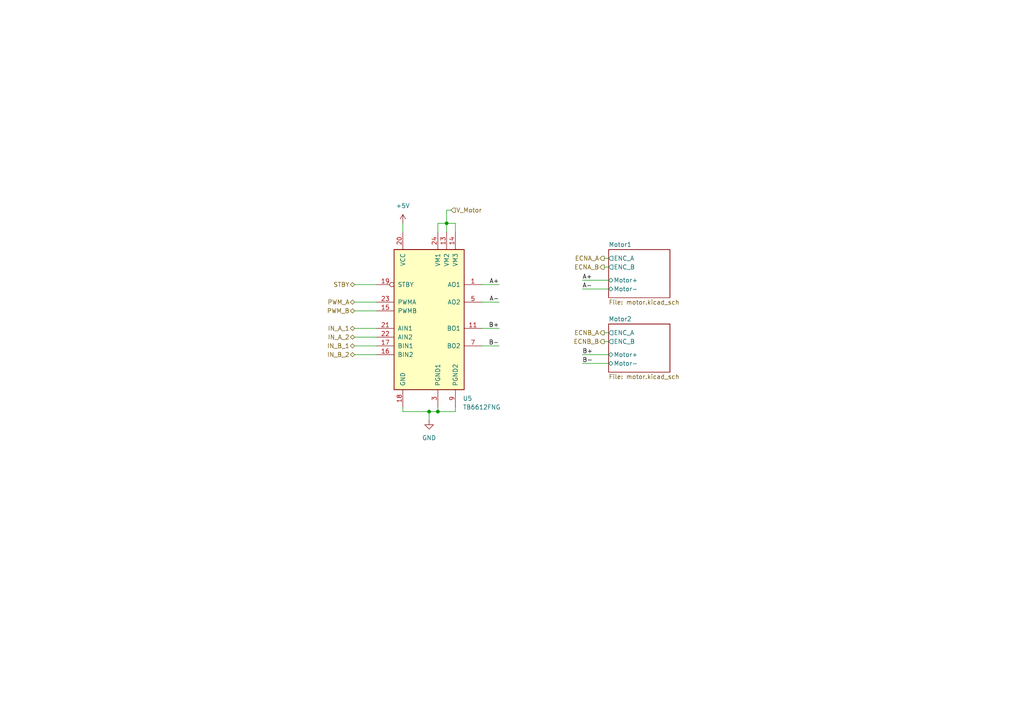
<source format=kicad_sch>
(kicad_sch (version 20250114) (generator "eeschema") (generator_version "9.0")
  (paper "A4")
  (lib_symbols
    (symbol "Driver_Motor:TB6612FNG" (pin_names (offset 1.016))
      (property "Reference" "U" (at 11.43 17.78 0))
      (property "Value" "TB6612FNG" (at 11.43 15.24 0))
      (symbol "TB6612FNG_0_1"
        (rectangle (start -10.16 20.32) (end 10.16 -20.32) (stroke (width 0.254)) (fill (type background)))
      )
      (symbol "TB6612FNG_1_1"
        (pin input inverted (at -15.24 10.16 0) (length 5.08) (name "STBY") (number "19"))
        (pin input line (at -15.24 5.08 0) (length 5.08) (name "PWMA") (number "23"))
        (pin input line (at -15.24 2.54 0) (length 5.08) (name "PWMB") (number "15"))
        (pin input line (at -15.24 -2.54 0) (length 5.08) (name "AIN1") (number "21"))
        (pin input line (at -15.24 -5.08 0) (length 5.08) (name "AIN2") (number "22"))
        (pin input line (at -15.24 -7.62 0) (length 5.08) (name "BIN1") (number "17"))
        (pin input line (at -15.24 -10.16 0) (length 5.08) (name "BIN2") (number "16"))
        (pin power_in line (at -7.62 25.4 270) (length 5.08) (name "VCC") (number "20"))
        (pin power_in line (at -7.62 -25.4 90) (length 5.08) (name "GND") (number "18"))
        (pin power_in line (at 2.54 25.4 270) (length 5.08) (name "VM1") (number "24"))
        (pin power_in line (at 2.54 -25.4 90) (length 5.08) (name "PGND1") (number "3"))
        (pin passive line (at 2.54 -25.4 90) (length 5.08) (hide yes) (name "PGND1") (number "4"))
        (pin power_in line (at 5.08 25.4 270) (length 5.08) (name "VM2") (number "13"))
        (pin power_in line (at 7.62 25.4 270) (length 5.08) (name "VM3") (number "14"))
        (pin passive line (at 7.62 -25.4 90) (length 5.08) (hide yes) (name "PGND2") (number "10"))
        (pin power_in line (at 7.62 -25.4 90) (length 5.08) (name "PGND2") (number "9"))
        (pin output line (at 15.24 10.16 180) (length 5.08) (name "AO1") (number "1"))
        (pin passive line (at 15.24 10.16 180) (length 5.08) (hide yes) (name "AO1") (number "2"))
        (pin output line (at 15.24 5.08 180) (length 5.08) (name "AO2") (number "5"))
        (pin passive line (at 15.24 5.08 180) (length 5.08) (hide yes) (name "AO2") (number "6"))
        (pin output line (at 15.24 -2.54 180) (length 5.08) (name "BO1") (number "11"))
        (pin passive line (at 15.24 -2.54 180) (length 5.08) (hide yes) (name "BO1") (number "12"))
        (pin output line (at 15.24 -7.62 180) (length 5.08) (name "BO2") (number "7"))
        (pin passive line (at 15.24 -7.62 180) (length 5.08) (hide yes) (name "BO2") (number "8"))
      )
    )
    (symbol "power:+5V" (power) (pin_numbers (hide yes)) (pin_names (offset 0) (hide yes))
      (property "Value" "+5V" (at 0 3.556 0))
      (symbol "+5V_0_1"
        (polyline (pts (xy -0.762 1.27) (xy 0 2.54)))
        (polyline (pts (xy 0 2.54) (xy 0.762 1.27)))
        (polyline (pts (xy 0 0) (xy 0 2.54)))
      )
      (symbol "+5V_1_1"
        (pin power_in line (at 0 0 90) (length 0) (name "~") (number "1"))
      )
    )
    (symbol "power:GND" (power) (pin_numbers (hide yes)) (pin_names (offset 0) (hide yes))
      (property "Value" "GND" (at 0 -3.81 0))
      (symbol "GND_0_1"
        (polyline (pts (xy 0 0) (xy 0 -1.27) (xy 1.27 -1.27) (xy 0 -2.54) (xy -1.27 -1.27) (xy 0 -1.27)))
      )
      (symbol "GND_1_1"
        (pin power_in line (at 0 0 270) (length 0) (name "~") (number "1"))
      )
    )
  )
  (junction (at 124.46 119.38))
  (junction (at 127 119.38))
  (junction (at 129.54 64.77))
  (wire (pts (xy 102.87 90.17) (xy 109.22 90.17)))
  (wire (pts (xy 124.46 119.38) (xy 116.84 119.38)))
  (wire (pts (xy 175.26 99.06) (xy 176.53 99.06)))
  (wire (pts (xy 139.7 100.33) (xy 144.78 100.33)))
  (wire (pts (xy 168.91 81.28) (xy 176.53 81.28)))
  (wire (pts (xy 124.46 119.38) (xy 124.46 121.92)))
  (wire (pts (xy 129.54 60.96) (xy 129.54 64.77)))
  (wire (pts (xy 102.87 82.55) (xy 109.22 82.55)))
  (wire (pts (xy 175.26 77.47) (xy 176.53 77.47)))
  (wire (pts (xy 168.91 83.82) (xy 176.53 83.82)))
  (wire (pts (xy 130.81 60.96) (xy 129.54 60.96)))
  (wire (pts (xy 129.54 64.77) (xy 132.08 64.77)))
  (wire (pts (xy 102.87 102.87) (xy 109.22 102.87)))
  (wire (pts (xy 127 67.31) (xy 127 64.77)))
  (wire (pts (xy 116.84 64.77) (xy 116.84 67.31)))
  (wire (pts (xy 132.08 119.38) (xy 127 119.38)))
  (wire (pts (xy 175.26 74.93) (xy 176.53 74.93)))
  (wire (pts (xy 132.08 118.11) (xy 132.08 119.38)))
  (wire (pts (xy 132.08 64.77) (xy 132.08 67.31)))
  (wire (pts (xy 129.54 64.77) (xy 129.54 67.31)))
  (wire (pts (xy 127 119.38) (xy 124.46 119.38)))
  (wire (pts (xy 102.87 100.33) (xy 109.22 100.33)))
  (wire (pts (xy 102.87 95.25) (xy 109.22 95.25)))
  (wire (pts (xy 175.26 96.52) (xy 176.53 96.52)))
  (wire (pts (xy 168.91 105.41) (xy 176.53 105.41)))
  (wire (pts (xy 139.7 82.55) (xy 144.78 82.55)))
  (wire (pts (xy 139.7 87.63) (xy 144.78 87.63)))
  (wire (pts (xy 127 118.11) (xy 127 119.38)))
  (wire (pts (xy 127 64.77) (xy 129.54 64.77)))
  (wire (pts (xy 168.91 102.87) (xy 176.53 102.87)))
  (wire (pts (xy 116.84 119.38) (xy 116.84 118.11)))
  (wire (pts (xy 102.87 87.63) (xy 109.22 87.63)))
  (wire (pts (xy 102.87 97.79) (xy 109.22 97.79)))
  (wire (pts (xy 139.7 95.25) (xy 144.78 95.25)))
  (label "B+" (at 144.78 95.25 180))
  (label "B-" (at 144.78 100.33 180))
  (label "B-" (at 168.91 105.41 0))
  (label "A+" (at 144.78 82.55 180))
  (label "A+" (at 168.91 81.28 0))
  (label "A-" (at 168.91 83.82 0))
  (label "A-" (at 144.78 87.63 180))
  (label "B+" (at 168.91 102.87 0))
  (hierarchical_label "V_Motor" (shape input) (at 130.81 60.96 0))
  (hierarchical_label "ECNA_A" (shape output) (at 175.26 74.93 180))
  (hierarchical_label "IN_B_1" (shape bidirectional) (at 102.87 100.33 180))
  (hierarchical_label "IN_B_2" (shape bidirectional) (at 102.87 102.87 180))
  (hierarchical_label "PWM_A" (shape bidirectional) (at 102.87 87.63 180))
  (hierarchical_label "IN_A_1" (shape bidirectional) (at 102.87 95.25 180))
  (hierarchical_label "STBY" (shape bidirectional) (at 102.87 82.55 180))
  (hierarchical_label "ECNB_A" (shape output) (at 175.26 96.52 180))
  (hierarchical_label "ECNB_B" (shape output) (at 175.26 99.06 180))
  (hierarchical_label "ECNA_B" (shape output) (at 175.26 77.47 180))
  (hierarchical_label "PWM_B" (shape bidirectional) (at 102.87 90.17 180))
  (hierarchical_label "IN_A_2" (shape bidirectional) (at 102.87 97.79 180))
  (symbol (lib_id "power:+5V") (at 116.84 64.77 0) (unit 1)
    (property "Reference" "#PWR04" (effects (hide yes)))
    (property "Value" "+5V" (at 116.84 59.69 0))
    (property "Description" "Power symbol creates a global label with name \"+5V\"" (effects (hide yes)))
    (instances (project "MainPlatine" (path "" (reference "#PWR05") (unit 1)) (path "" (reference "#PWR04") (unit 1))))
  )
  (symbol (lib_id "Driver_Motor:TB6612FNG") (at 124.46 92.71 0) (unit 1)
    (property "Reference" "U4" (at 134.2233 115.57 0) (effects (justify left)))
    (property "Value" "TB6612FNG" (at 134.2233 118.11 0) (effects (justify left)))
    (property "Footprint" "Robotik:SSOP-24_5.3x8.2mm_P0.65mm" (effects (hide yes)))
    (property "Datasheet" "https://toshiba.semicon-storage.com/us/product/linear/motordriver/detail.TB6612FNG.html" (effects (hide yes)))
    (property "Description" "Driver IC for Dual DC motor, SSOP-24" (effects (hide yes)))
    (instances (project "MainPlatine" (path "" (reference "U5") (unit 1)) (path "" (reference "U4") (unit 1))))
  )
  (symbol (lib_id "power:GND") (at 124.46 121.92 0) (unit 1)
    (property "Reference" "#PWR06" (effects (hide yes)))
    (property "Value" "GND" (at 124.46 127 0))
    (property "Description" "Power symbol creates a global label with name \"GND\" , ground" (effects (hide yes)))
    (instances (project "MainPlatine" (path "" (reference "#PWR07") (unit 1)) (path "" (reference "#PWR06") (unit 1))))
  )
  (sheet (at 176.53 72.39) (size 17.78 13.97) (stroke (width 0.1524))
    (property "Sheetname" "Motor1" (at 176.53 71.6784 0) (effects (justify left bottom)))
    (property "Sheetfile" "motor.kicad_sch" (at 176.53 86.9446 0) (effects (justify left top)))
    (pin "ENC_A" output (at 176.53 74.93 180))
    (pin "ENC_B" output (at 176.53 77.47 180))
    (pin "Motor+" bidirectional (at 176.53 81.28 180))
    (pin "Motor-" bidirectional (at 176.53 83.82 180))
  )
  (sheet (at 176.53 93.98) (size 17.78 13.97) (stroke (width 0.1524))
    (property "Sheetname" "Motor2" (at 176.53 93.2684 0) (effects (justify left bottom)))
    (property "Sheetfile" "motor.kicad_sch" (at 176.53 108.5346 0) (effects (justify left top)))
    (pin "ENC_A" output (at 176.53 96.52 180))
    (pin "ENC_B" output (at 176.53 99.06 180))
    (pin "Motor+" bidirectional (at 176.53 102.87 180))
    (pin "Motor-" bidirectional (at 176.53 105.41 180))
  )
)
</source>
